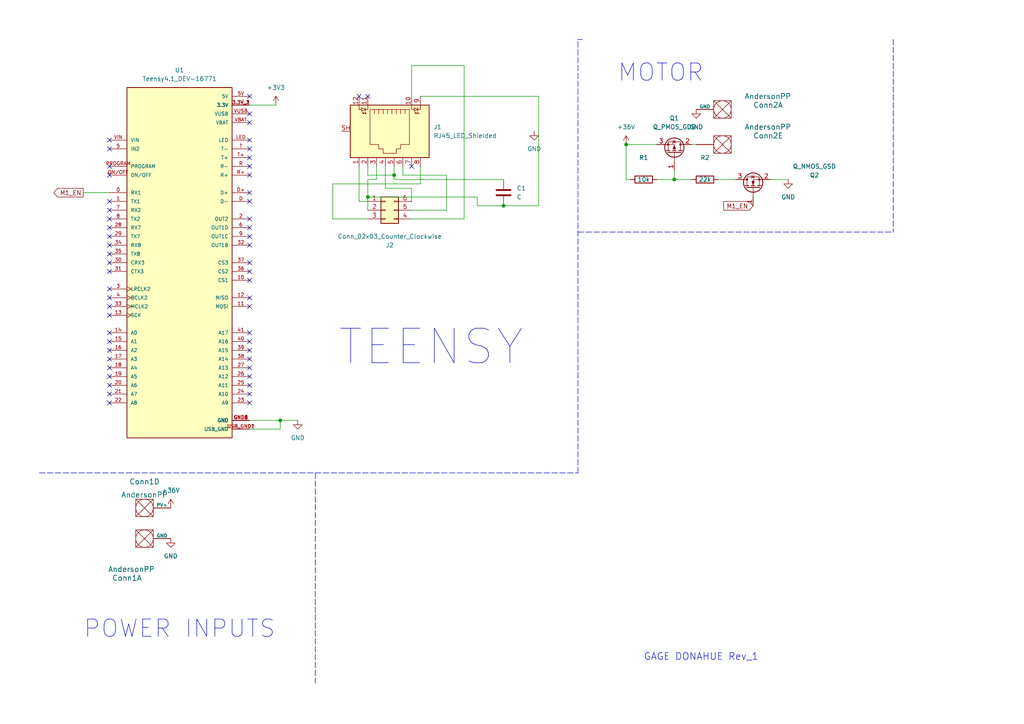
<source format=kicad_sch>
(kicad_sch (version 20211123) (generator eeschema)
  (paper "A4")
  (lib_symbols
    (symbol "Connector:RJ45_LED_Shielded" (pin_names (offset 1.016))
      (property "Reference" "J" (at -5.08 13.97 0))
      (property "Value" "RJ45_LED_Shielded" (at 1.27 13.97 0))
      (symbol "RJ45_LED_Shielded_0_1"
        (polyline (pts (xy -7.62 -7.62) (xy -6.35 -7.62)))
        (polyline (pts (xy -7.62 -5.08) (xy -6.35 -5.08)))
        (polyline (pts (xy -7.62 7.62) (xy -6.35 7.62)))
        (polyline (pts (xy -7.62 10.16) (xy -6.35 10.16)))
        (polyline (pts (xy -6.858 -5.842) (xy -5.842 -5.842)))
        (polyline (pts (xy -6.858 9.398) (xy -5.842 9.398)))
        (polyline (pts (xy -6.35 -7.62) (xy -6.35 -6.858)))
        (polyline (pts (xy -6.35 -5.08) (xy -6.35 -5.842)))
        (polyline (pts (xy -6.35 7.62) (xy -6.35 8.382)))
        (polyline (pts (xy -6.35 10.16) (xy -6.35 9.398)))
        (polyline (pts (xy -5.08 -6.223) (xy -5.207 -6.604)))
        (polyline (pts (xy -5.08 -5.588) (xy -5.207 -5.969)))
        (polyline (pts (xy -5.08 4.445) (xy -6.35 4.445)))
        (polyline (pts (xy -5.08 5.715) (xy -6.35 5.715)))
        (polyline (pts (xy -5.08 9.017) (xy -5.207 8.636)))
        (polyline (pts (xy -5.08 9.652) (xy -5.207 9.271)))
        (polyline (pts (xy -6.35 -3.175) (xy -5.08 -3.175) (xy -5.08 -3.175)))
        (polyline (pts (xy -6.35 -1.905) (xy -5.08 -1.905) (xy -5.08 -1.905)))
        (polyline (pts (xy -6.35 -0.635) (xy -5.08 -0.635) (xy -5.08 -0.635)))
        (polyline (pts (xy -6.35 0.635) (xy -5.08 0.635) (xy -5.08 0.635)))
        (polyline (pts (xy -6.35 1.905) (xy -5.08 1.905) (xy -5.08 1.905)))
        (polyline (pts (xy -5.588 -6.731) (xy -5.08 -6.223) (xy -5.461 -6.35)))
        (polyline (pts (xy -5.588 -6.096) (xy -5.08 -5.588) (xy -5.461 -5.715)))
        (polyline (pts (xy -5.588 8.509) (xy -5.08 9.017) (xy -5.461 8.89)))
        (polyline (pts (xy -5.588 9.144) (xy -5.08 9.652) (xy -5.461 9.525)))
        (polyline (pts (xy -5.08 3.175) (xy -6.35 3.175) (xy -6.35 3.175)))
        (polyline (pts (xy -6.35 -5.842) (xy -6.858 -6.858) (xy -5.842 -6.858) (xy -6.35 -5.842)))
        (polyline (pts (xy -6.35 9.398) (xy -6.858 8.382) (xy -5.842 8.382) (xy -6.35 9.398)))
        (polyline (pts (xy -6.35 -4.445) (xy -6.35 6.985) (xy 3.81 6.985) (xy 3.81 4.445) (xy 5.08 4.445) (xy 5.08 3.175) (xy 6.35 3.175) (xy 6.35 -0.635) (xy 5.08 -0.635) (xy 5.08 -1.905) (xy 3.81 -1.905) (xy 3.81 -4.445) (xy -6.35 -4.445) (xy -6.35 -4.445)))
        (rectangle (start 7.62 12.7) (end -7.62 -10.16) (stroke (width 0.254)) (fill (type background)))
      )
      (symbol "RJ45_LED_Shielded_1_1"
        (pin passive line (at 10.16 -7.62 180) (length 2.54) (name "~") (number "1"))
        (pin passive line (at -10.16 7.62 0) (length 2.54) (name "~") (number "10"))
        (pin passive line (at -10.16 -5.08 0) (length 2.54) (name "~") (number "11"))
        (pin passive line (at -10.16 -7.62 0) (length 2.54) (name "~") (number "12"))
        (pin passive line (at 10.16 -5.08 180) (length 2.54) (name "~") (number "2"))
        (pin passive line (at 10.16 -2.54 180) (length 2.54) (name "~") (number "3"))
        (pin passive line (at 10.16 0 180) (length 2.54) (name "~") (number "4"))
        (pin passive line (at 10.16 2.54 180) (length 2.54) (name "~") (number "5"))
        (pin passive line (at 10.16 5.08 180) (length 2.54) (name "~") (number "6"))
        (pin passive line (at 10.16 7.62 180) (length 2.54) (name "~") (number "7"))
        (pin passive line (at 10.16 10.16 180) (length 2.54) (name "~") (number "8"))
        (pin passive line (at -10.16 10.16 0) (length 2.54) (name "~") (number "9"))
        (pin passive line (at 0 -12.7 90) (length 2.54) (name "~") (number "SH"))
      )
    )
    (symbol "Connector_Generic:Conn_02x03_Counter_Clockwise" (pin_names (offset 1.016) hide)
      (property "Reference" "J" (at 1.27 5.08 0))
      (property "Value" "Conn_02x03_Counter_Clockwise" (at 1.27 -5.08 0))
      (symbol "Conn_02x03_Counter_Clockwise_1_1"
        (rectangle (start -1.27 -2.413) (end 0 -2.667) (stroke (width 0.1524)))
        (rectangle (start -1.27 0.127) (end 0 -0.127) (stroke (width 0.1524)))
        (rectangle (start -1.27 2.667) (end 0 2.413) (stroke (width 0.1524)))
        (rectangle (start -1.27 3.81) (end 3.81 -3.81) (stroke (width 0.254)) (fill (type background)))
        (rectangle (start 3.81 -2.413) (end 2.54 -2.667) (stroke (width 0.1524)))
        (rectangle (start 3.81 0.127) (end 2.54 -0.127) (stroke (width 0.1524)))
        (rectangle (start 3.81 2.667) (end 2.54 2.413) (stroke (width 0.1524)))
        (pin passive line (at -5.08 2.54 0) (length 3.81) (name "Pin_1") (number "1"))
        (pin passive line (at -5.08 0 0) (length 3.81) (name "Pin_2") (number "2"))
        (pin passive line (at -5.08 -2.54 0) (length 3.81) (name "Pin_3") (number "3"))
        (pin passive line (at 7.62 -2.54 180) (length 3.81) (name "Pin_4") (number "4"))
        (pin passive line (at 7.62 0 180) (length 3.81) (name "Pin_5") (number "5"))
        (pin passive line (at 7.62 2.54 180) (length 3.81) (name "Pin_6") (number "6"))
      )
    )
    (symbol "Device:C" (pin_numbers hide) (pin_names (offset 0.254))
      (property "Reference" "C" (at 0.635 2.54 0))
      (property "Value" "C" (at 0.635 -2.54 0))
      (symbol "C_0_1"
        (polyline (pts (xy -2.032 -0.762) (xy 2.032 -0.762)) (stroke (width 0.508)))
        (polyline (pts (xy -2.032 0.762) (xy 2.032 0.762)) (stroke (width 0.508)))
      )
      (symbol "C_1_1"
        (pin passive line (at 0 3.81 270) (length 2.794) (name "~") (number "1"))
        (pin passive line (at 0 -3.81 90) (length 2.794) (name "~") (number "2"))
      )
    )
    (symbol "Device:Q_NMOS_GSD" (pin_names (offset 0) hide)
      (property "Reference" "Q" (at 5.08 1.27 0))
      (property "Value" "Q_NMOS_GSD" (at 5.08 -1.27 0))
      (symbol "Q_NMOS_GSD_0_1"
        (polyline (pts (xy 0.254 0) (xy -2.54 0)))
        (polyline (pts (xy 0.254 1.905) (xy 0.254 -1.905)) (stroke (width 0.254)))
        (polyline (pts (xy 0.762 -1.27) (xy 0.762 -2.286)) (stroke (width 0.254)))
        (polyline (pts (xy 0.762 0.508) (xy 0.762 -0.508)) (stroke (width 0.254)))
        (polyline (pts (xy 0.762 2.286) (xy 0.762 1.27)) (stroke (width 0.254)))
        (polyline (pts (xy 2.54 2.54) (xy 2.54 1.778)))
        (polyline (pts (xy 2.54 -2.54) (xy 2.54 0) (xy 0.762 0)))
        (polyline (pts (xy 0.762 -1.778) (xy 3.302 -1.778) (xy 3.302 1.778) (xy 0.762 1.778)))
        (polyline (pts (xy 1.016 0) (xy 2.032 0.381) (xy 2.032 -0.381) (xy 1.016 0)) (fill (type outline)))
        (polyline (pts (xy 2.794 0.508) (xy 2.921 0.381) (xy 3.683 0.381) (xy 3.81 0.254)))
        (polyline (pts (xy 3.302 0.381) (xy 2.921 -0.254) (xy 3.683 -0.254) (xy 3.302 0.381)))
        (circle (center 1.651 0) (radius 2.794) (stroke (width 0.254)))
        (circle (center 2.54 -1.778) (radius 0.254) (fill (type outline)))
        (circle (center 2.54 1.778) (radius 0.254) (fill (type outline)))
      )
      (symbol "Q_NMOS_GSD_1_1"
        (pin input line (at -5.08 0 0) (length 2.54) (name "G") (number "1"))
        (pin passive line (at 2.54 -5.08 90) (length 2.54) (name "S") (number "2"))
        (pin passive line (at 2.54 5.08 270) (length 2.54) (name "D") (number "3"))
      )
    )
    (symbol "Device:Q_PMOS_GDS" (pin_names (offset 0) hide)
      (property "Reference" "Q" (at 5.08 1.27 0))
      (property "Value" "Q_PMOS_GDS" (at 5.08 -1.27 0))
      (symbol "Q_PMOS_GDS_0_1"
        (polyline (pts (xy 0.254 0) (xy -2.54 0)))
        (polyline (pts (xy 0.254 1.905) (xy 0.254 -1.905)) (stroke (width 0.254)))
        (polyline (pts (xy 0.762 -1.27) (xy 0.762 -2.286)) (stroke (width 0.254)))
        (polyline (pts (xy 0.762 0.508) (xy 0.762 -0.508)) (stroke (width 0.254)))
        (polyline (pts (xy 0.762 2.286) (xy 0.762 1.27)) (stroke (width 0.254)))
        (polyline (pts (xy 2.54 2.54) (xy 2.54 1.778)))
        (polyline (pts (xy 2.54 -2.54) (xy 2.54 0) (xy 0.762 0)))
        (polyline (pts (xy 0.762 1.778) (xy 3.302 1.778) (xy 3.302 -1.778) (xy 0.762 -1.778)))
        (polyline (pts (xy 2.286 0) (xy 1.27 0.381) (xy 1.27 -0.381) (xy 2.286 0)) (fill (type outline)))
        (polyline (pts (xy 2.794 -0.508) (xy 2.921 -0.381) (xy 3.683 -0.381) (xy 3.81 -0.254)))
        (polyline (pts (xy 3.302 -0.381) (xy 2.921 0.254) (xy 3.683 0.254) (xy 3.302 -0.381)))
        (circle (center 1.651 0) (radius 2.794) (stroke (width 0.254)))
        (circle (center 2.54 -1.778) (radius 0.254) (fill (type outline)))
        (circle (center 2.54 1.778) (radius 0.254) (fill (type outline)))
      )
      (symbol "Q_PMOS_GDS_1_1"
        (pin input line (at -5.08 0 0) (length 2.54) (name "G") (number "1"))
        (pin passive line (at 2.54 5.08 270) (length 2.54) (name "D") (number "2"))
        (pin passive line (at 2.54 -5.08 90) (length 2.54) (name "S") (number "3"))
      )
    )
    (symbol "Device:R" (pin_numbers hide) (pin_names (offset 0))
      (property "Reference" "R" (at 2.032 0 90))
      (property "Value" "R" (at 0 0 90))
      (symbol "R_0_1"
        (rectangle (start -1.016 -2.54) (end 1.016 2.54) (stroke (width 0.254)))
      )
      (symbol "R_1_1"
        (pin passive line (at 0 3.81 270) (length 1.27) (name "~") (number "1"))
        (pin passive line (at 0 -3.81 90) (length 1.27) (name "~") (number "2"))
      )
    )
    (symbol "MRDT_Connectors:AndersonPP" (pin_numbers hide) (pin_names (offset 0))
      (property "Reference" "Conn" (at 3.81 -1.27 0))
      (property "Value" "AndersonPP" (at 2.54 6.35 0))
      (symbol "AndersonPP_0_1"
        (polyline (pts (xy 0 5.08) (xy 5.08 0)))
        (polyline (pts (xy 5.08 5.08) (xy 0 0)))
        (rectangle (start 0 0) (end 5.08 5.08))
        (circle (center 2.54 2.54) (radius 2.54))
      )
      (symbol "AndersonPP_1_1"
        (pin input line (at 10.16 2.54 180) (length 5.08) (name "GND") (number "1"))
      )
      (symbol "AndersonPP_2_1"
        (pin input line (at 10.16 2.54 180) (length 5.08) (name "V+Log") (number "2"))
      )
      (symbol "AndersonPP_3_1"
        (pin input line (at 10.16 2.54 180) (length 5.08) (name "V+Act") (number "3"))
      )
      (symbol "AndersonPP_4_1"
        (pin input line (at 10.16 2.54 180) (length 5.08) (name "PV+") (number "4"))
      )
      (symbol "AndersonPP_5_1"
        (pin input line (at 10.16 2.54 180) (length 5.08) (name "~") (number "1"))
      )
    )
    (symbol "MRDT_Shields:Teensy4.1_DEV-16771" (pin_names (offset 1.016))
      (property "Reference" "U" (at -15.24 52.07 0))
      (property "Value" "Teensy4.1_DEV-16771" (at -15.24 -53.34 0))
      (symbol "Teensy4.1_DEV-16771_0_0"
        (rectangle (start -15.24 -50.8) (end 15.24 50.8) (stroke (width 0.254)) (fill (type background)))
        (pin bidirectional line (at -20.32 20.32 0) (length 5.08) (name "RX1") (number "0"))
        (pin bidirectional line (at -20.32 17.78 0) (length 5.08) (name "TX1") (number "1"))
        (pin bidirectional line (at 20.32 -5.08 180) (length 5.08) (name "CS1") (number "10"))
        (pin bidirectional line (at 20.32 -12.7 180) (length 5.08) (name "MOSI") (number "11"))
        (pin bidirectional line (at 20.32 -10.16 180) (length 5.08) (name "MISO") (number "12"))
        (pin bidirectional clock (at -20.32 -15.24 0) (length 5.08) (name "SCK") (number "13"))
        (pin bidirectional line (at -20.32 -20.32 0) (length 5.08) (name "A0") (number "14"))
        (pin bidirectional line (at -20.32 -22.86 0) (length 5.08) (name "A1") (number "15"))
        (pin bidirectional line (at -20.32 -25.4 0) (length 5.08) (name "A2") (number "16"))
        (pin bidirectional line (at -20.32 -27.94 0) (length 5.08) (name "A3") (number "17"))
        (pin bidirectional line (at -20.32 -30.48 0) (length 5.08) (name "A4") (number "18"))
        (pin bidirectional line (at -20.32 -33.02 0) (length 5.08) (name "A5") (number "19"))
        (pin output line (at 20.32 12.7 180) (length 5.08) (name "OUT2") (number "2"))
        (pin bidirectional line (at -20.32 -35.56 0) (length 5.08) (name "A6") (number "20"))
        (pin bidirectional line (at -20.32 -38.1 0) (length 5.08) (name "A7") (number "21"))
        (pin bidirectional line (at -20.32 -40.64 0) (length 5.08) (name "A8") (number "22"))
        (pin bidirectional line (at 20.32 -40.64 180) (length 5.08) (name "A9") (number "23"))
        (pin bidirectional line (at 20.32 -38.1 180) (length 5.08) (name "A10") (number "24"))
        (pin bidirectional line (at 20.32 -35.56 180) (length 5.08) (name "A11") (number "25"))
        (pin bidirectional line (at 20.32 -33.02 180) (length 5.08) (name "A12") (number "26"))
        (pin bidirectional line (at 20.32 -30.48 180) (length 5.08) (name "A13") (number "27"))
        (pin bidirectional line (at -20.32 10.16 0) (length 5.08) (name "RX7") (number "28"))
        (pin bidirectional line (at -20.32 7.62 0) (length 5.08) (name "TX7") (number "29"))
        (pin bidirectional clock (at -20.32 -7.62 0) (length 5.08) (name "LRCLK2") (number "3"))
        (pin power_in line (at 20.32 45.72 180) (length 5.08) (name "3.3V") (number "3.3V_1"))
        (pin power_in line (at 20.32 45.72 180) (length 5.08) (name "3.3V") (number "3.3V_2"))
        (pin power_in line (at 20.32 45.72 180) (length 5.08) (name "3.3V") (number "3.3V_3"))
        (pin bidirectional line (at -20.32 0 0) (length 5.08) (name "CRX3") (number "30"))
        (pin bidirectional line (at -20.32 -2.54 0) (length 5.08) (name "CTX3") (number "31"))
        (pin output line (at 20.32 5.08 180) (length 5.08) (name "OUT1B") (number "32"))
        (pin bidirectional clock (at -20.32 -12.7 0) (length 5.08) (name "MCLK2") (number "33"))
        (pin bidirectional line (at -20.32 5.08 0) (length 5.08) (name "RX8") (number "34"))
        (pin bidirectional line (at -20.32 2.54 0) (length 5.08) (name "TX8") (number "35"))
        (pin bidirectional line (at 20.32 -2.54 180) (length 5.08) (name "CS2") (number "36"))
        (pin bidirectional line (at 20.32 0 180) (length 5.08) (name "CS3") (number "37"))
        (pin bidirectional line (at 20.32 -27.94 180) (length 5.08) (name "A14") (number "38"))
        (pin bidirectional line (at 20.32 -25.4 180) (length 5.08) (name "A15") (number "39"))
        (pin bidirectional clock (at -20.32 -10.16 0) (length 5.08) (name "BCLK2") (number "4"))
        (pin bidirectional line (at 20.32 -22.86 180) (length 5.08) (name "A16") (number "40"))
        (pin bidirectional line (at 20.32 -20.32 180) (length 5.08) (name "A17") (number "41"))
        (pin bidirectional line (at -20.32 33.02 0) (length 5.08) (name "IN2") (number "5"))
        (pin power_in line (at 20.32 48.26 180) (length 5.08) (name "5V") (number "5V"))
        (pin output line (at 20.32 10.16 180) (length 5.08) (name "OUT1D") (number "6"))
        (pin bidirectional line (at -20.32 15.24 0) (length 5.08) (name "RX2") (number "7"))
        (pin bidirectional line (at -20.32 12.7 0) (length 5.08) (name "TX2") (number "8"))
        (pin output line (at 20.32 7.62 180) (length 5.08) (name "OUT1C") (number "9"))
        (pin bidirectional line (at 20.32 17.78 180) (length 5.08) (name "D-") (number "D"))
        (pin bidirectional line (at 20.32 20.32 180) (length 5.08) (name "D+") (number "D+"))
        (pin power_in line (at 20.32 -45.72 180) (length 5.08) (name "GND") (number "GND1"))
        (pin power_in line (at 20.32 -45.72 180) (length 5.08) (name "GND") (number "GND2"))
        (pin power_in line (at 20.32 -45.72 180) (length 5.08) (name "GND") (number "GND3"))
        (pin power_in line (at 20.32 -45.72 180) (length 5.08) (name "GND") (number "GND4"))
        (pin power_in line (at 20.32 -45.72 180) (length 5.08) (name "GND") (number "GND5"))
        (pin bidirectional line (at 20.32 35.56 180) (length 5.08) (name "LED") (number "LED"))
        (pin bidirectional line (at -20.32 25.4 0) (length 5.08) (name "ON/OFF") (number "ON/OFF"))
        (pin bidirectional line (at -20.32 27.94 0) (length 5.08) (name "PROGRAM") (number "PROGRAM"))
        (pin bidirectional line (at 20.32 27.94 180) (length 5.08) (name "R-") (number "R"))
        (pin bidirectional line (at 20.32 25.4 180) (length 5.08) (name "R+") (number "R+"))
        (pin bidirectional line (at 20.32 33.02 180) (length 5.08) (name "T-") (number "T"))
        (pin bidirectional line (at 20.32 30.48 180) (length 5.08) (name "T+") (number "T+"))
        (pin power_in line (at 20.32 -48.26 180) (length 5.08) (name "USB_GND") (number "USB_GND1"))
        (pin power_in line (at 20.32 -48.26 180) (length 5.08) (name "USB_GND") (number "USB_GND2"))
        (pin passive line (at 20.32 40.64 180) (length 5.08) (name "VBAT") (number "VBAT"))
        (pin input line (at -20.32 35.56 0) (length 5.08) (name "VIN") (number "VIN"))
        (pin passive line (at 20.32 43.18 180) (length 5.08) (name "VUSB") (number "VUSB"))
      )
    )
    (symbol "power:+36V" (power) (pin_names (offset 0))
      (property "Value" "+36V" (at 0 3.556 0))
      (symbol "+36V_0_1"
        (polyline (pts (xy -0.762 1.27) (xy 0 2.54)))
        (polyline (pts (xy 0 0) (xy 0 2.54)))
        (polyline (pts (xy 0 2.54) (xy 0.762 1.27)))
      )
      (symbol "+36V_1_1"
        (pin power_in line (at 0 0 90) (length 0) hide (name "+36V") (number "1"))
      )
    )
    (symbol "power:+3V3" (power) (pin_names (offset 0))
      (property "Value" "+3V3" (at 0 3.556 0))
      (symbol "+3V3_0_1"
        (polyline (pts (xy -0.762 1.27) (xy 0 2.54)))
        (polyline (pts (xy 0 0) (xy 0 2.54)))
        (polyline (pts (xy 0 2.54) (xy 0.762 1.27)))
      )
      (symbol "+3V3_1_1"
        (pin power_in line (at 0 0 90) (length 0) hide (name "+3V3") (number "1"))
      )
    )
    (symbol "power:GND" (power) (pin_names (offset 0))
      (property "Value" "GND" (at 0 -3.81 0))
      (symbol "GND_0_1"
        (polyline (pts (xy 0 0) (xy 0 -1.27) (xy 1.27 -1.27) (xy 0 -2.54) (xy -1.27 -1.27) (xy 0 -1.27)))
      )
      (symbol "GND_1_1"
        (pin power_in line (at 0 0 270) (length 0) hide (name "GND") (number "1"))
      )
    )
  )
  (junction (at 114.3 50.8))
  (junction (at 106.68 57.15))
  (junction (at 146.05 59.69))
  (junction (at 81.28 121.92))
  (junction (at 195.58 52.07))
  (junction (at 181.61 41.91))
  (no_connect (at 31.75 50.8))
  (no_connect (at 31.75 48.26))
  (no_connect (at 31.75 43.18))
  (no_connect (at 31.75 40.64))
  (no_connect (at 31.75 58.42))
  (no_connect (at 31.75 60.96))
  (no_connect (at 31.75 63.5))
  (no_connect (at 31.75 66.04))
  (no_connect (at 31.75 116.84))
  (no_connect (at 31.75 114.3))
  (no_connect (at 31.75 111.76))
  (no_connect (at 31.75 109.22))
  (no_connect (at 31.75 106.68))
  (no_connect (at 31.75 104.14))
  (no_connect (at 31.75 101.6))
  (no_connect (at 31.75 99.06))
  (no_connect (at 31.75 96.52))
  (no_connect (at 31.75 91.44))
  (no_connect (at 31.75 88.9))
  (no_connect (at 31.75 86.36))
  (no_connect (at 31.75 83.82))
  (no_connect (at 31.75 78.74))
  (no_connect (at 31.75 76.2))
  (no_connect (at 31.75 73.66))
  (no_connect (at 31.75 71.12))
  (no_connect (at 31.75 68.58))
  (no_connect (at 72.39 63.5))
  (no_connect (at 72.39 109.22))
  (no_connect (at 72.39 106.68))
  (no_connect (at 72.39 104.14))
  (no_connect (at 72.39 101.6))
  (no_connect (at 72.39 99.06))
  (no_connect (at 72.39 96.52))
  (no_connect (at 72.39 88.9))
  (no_connect (at 72.39 86.36))
  (no_connect (at 72.39 81.28))
  (no_connect (at 72.39 78.74))
  (no_connect (at 72.39 76.2))
  (no_connect (at 72.39 71.12))
  (no_connect (at 72.39 68.58))
  (no_connect (at 72.39 66.04))
  (no_connect (at 72.39 114.3))
  (no_connect (at 72.39 111.76))
  (no_connect (at 72.39 116.84))
  (no_connect (at 119.38 48.26))
  (no_connect (at 106.68 27.94))
  (no_connect (at 104.14 27.94))
  (no_connect (at 72.39 58.42))
  (no_connect (at 72.39 55.88))
  (no_connect (at 72.39 50.8))
  (no_connect (at 72.39 48.26))
  (no_connect (at 72.39 45.72))
  (no_connect (at 72.39 43.18))
  (no_connect (at 72.39 40.64))
  (no_connect (at 72.39 35.56))
  (no_connect (at 72.39 33.02))
  (no_connect (at 72.39 27.94))
  (wire (pts (xy 119.38 54.61) (xy 111.76 54.61)))
  (wire (pts (xy 190.5 52.07) (xy 195.58 52.07)))
  (wire (pts (xy 119.38 58.42) (xy 119.38 54.61)))
  (wire (pts (xy 181.61 41.91) (xy 190.5 41.91)))
  (wire (pts (xy 72.39 30.48) (xy 80.01 30.48)))
  (wire (pts (xy 116.84 48.26) (xy 116.84 50.8)))
  (wire (pts (xy 72.39 121.92) (xy 81.28 121.92)))
  (wire (pts (xy 138.43 57.15) (xy 106.68 57.15)))
  (polyline (pts (xy 91.44 137.16) (xy 91.44 198.12)))
  (wire (pts (xy 81.28 124.46) (xy 81.28 121.92)))
  (wire (pts (xy 119.38 63.5) (xy 134.62 63.5)))
  (wire (pts (xy 146.05 52.07) (xy 114.3 52.07)))
  (wire (pts (xy 72.39 124.46) (xy 81.28 124.46)))
  (wire (pts (xy 156.21 59.69) (xy 146.05 59.69)))
  (wire (pts (xy 121.92 27.94) (xy 156.21 27.94)))
  (wire (pts (xy 106.68 48.26) (xy 106.68 50.8)))
  (wire (pts (xy 106.68 50.8) (xy 114.3 50.8)))
  (wire (pts (xy 81.28 121.92) (xy 86.36 121.92)))
  (polyline (pts (xy 11.43 137.16) (xy 91.44 137.16)))
  (polyline (pts (xy 167.64 11.43) (xy 168.91 11.43)))
  (wire (pts (xy 109.22 48.26) (xy 109.22 52.07)))
  (wire (pts (xy 106.68 57.15) (xy 106.68 60.96)))
  (wire (pts (xy 111.76 54.61) (xy 111.76 48.26)))
  (wire (pts (xy 134.62 19.05) (xy 119.38 19.05)))
  (wire (pts (xy 138.43 59.69) (xy 138.43 57.15)))
  (wire (pts (xy 181.61 52.07) (xy 182.88 52.07)))
  (wire (pts (xy 223.52 52.07) (xy 228.6 52.07)))
  (wire (pts (xy 134.62 63.5) (xy 134.62 19.05)))
  (wire (pts (xy 106.68 58.42) (xy 104.14 58.42)))
  (wire (pts (xy 201.93 41.91) (xy 200.66 41.91)))
  (wire (pts (xy 106.68 52.07) (xy 109.22 52.07)))
  (wire (pts (xy 129.54 50.8) (xy 116.84 50.8)))
  (polyline (pts (xy 259.08 11.43) (xy 259.08 67.31)))
  (wire (pts (xy 96.52 53.34) (xy 121.92 53.34)))
  (wire (pts (xy 121.92 53.34) (xy 121.92 48.26)))
  (wire (pts (xy 208.28 52.07) (xy 213.36 52.07)))
  (wire (pts (xy 119.38 60.96) (xy 129.54 60.96)))
  (polyline (pts (xy 91.44 137.16) (xy 167.64 137.16)))
  (wire (pts (xy 106.68 52.07) (xy 106.68 57.15)))
  (wire (pts (xy 119.38 19.05) (xy 119.38 27.94)))
  (wire (pts (xy 114.3 50.8) (xy 114.3 48.26)))
  (wire (pts (xy 156.21 27.94) (xy 156.21 59.69)))
  (polyline (pts (xy 167.64 137.16) (xy 167.64 11.43)))
  (wire (pts (xy 114.3 52.07) (xy 114.3 50.8)))
  (wire (pts (xy 106.68 63.5) (xy 96.52 63.5)))
  (wire (pts (xy 96.52 63.5) (xy 96.52 53.34)))
  (wire (pts (xy 195.58 49.53) (xy 195.58 52.07)))
  (polyline (pts (xy 167.64 67.31) (xy 259.08 67.31)))
  (wire (pts (xy 24.13 55.88) (xy 31.75 55.88)))
  (wire (pts (xy 146.05 59.69) (xy 138.43 59.69)))
  (wire (pts (xy 129.54 50.8) (xy 129.54 60.96)))
  (wire (pts (xy 181.61 41.91) (xy 181.61 52.07)))
  (wire (pts (xy 195.58 52.07) (xy 200.66 52.07)))
  (wire (pts (xy 104.14 58.42) (xy 104.14 48.26)))
  (text "MOTOR" (at 179.07 24.13 0) (effects (font (size 5 5)) (justify left bottom)))
  (text "TEENSY\n" (at 97.79 106.68 0) (effects (font (size 10 10)) (justify left bottom)))
  (text "GAGE DONAHUE Rev_1" (at 186.69 191.77 0) (effects (font (size 2 2)) (justify left bottom)))
  (text "POWER INPUTS" (at 24.13 185.42 0) (effects (font (size 5 5)) (justify left bottom)))
  (global_label "M1_EN" (shape output) (at 24.13 55.88 180) (property "Intersheet References" "${INTERSHEET_REFS}" (effects hide)))
  (global_label "M1_EN" (shape input) (at 218.44 59.69 180) (property "Intersheet References" "${INTERSHEET_REFS}" (effects hide)))
  (symbol (lib_id "MRDT_Connectors:AndersonPP") (at 212.09 39.37 180) (unit 5)
    (property "Reference" "Conn2" (at 218.44 39.37 0) (effects (font (size 1.524 1.524)) (justify right)))
    (property "Value" "AndersonPP" (at 215.9 36.83 0) (effects (font (size 1.524 1.524)) (justify right)))
  )
  (symbol (lib_id "Device:C") (at 146.05 55.88 0) (unit 1)
    (property "Reference" "C1" (at 149.86 54.6099 0) (effects (justify left)))
    (property "Value" "C" (at 149.86 57.1499 0) (effects (justify left)))
  )
  (symbol (lib_id "MRDT_Connectors:AndersonPP") (at 39.37 158.75 0) (unit 1)
    (property "Reference" "Conn1" (at 36.83 167.64 0) (effects (font (size 1.524 1.524))))
    (property "Value" "AndersonPP" (at 38.1 165.1 0) (effects (font (size 1.524 1.524))))
  )
  (symbol (lib_id "Device:R") (at 204.47 52.07 90) (unit 1)
    (property "Reference" "R2" (at 204.47 45.72 90))
    (property "Value" "22k" (at 204.47 52.07 90))
  )
  (symbol (lib_id "MRDT_Connectors:AndersonPP") (at 212.09 29.21 180) (unit 1)
    (property "Reference" "Conn2" (at 218.44 30.48 0) (effects (font (size 1.524 1.524)) (justify right)))
    (property "Value" "AndersonPP" (at 215.9 27.94 0) (effects (font (size 1.524 1.524)) (justify right)))
  )
  (symbol (lib_id "power:GND") (at 154.94 38.1 0) (unit 1)
    (property "Reference" "#PWR05" (effects hide))
    (property "Value" "GND" (at 154.94 43.18 0))
  )
  (symbol (lib_id "MRDT_Shields:Teensy4.1_DEV-16771") (at 52.07 76.2 0) (unit 1)
    (property "Reference" "U1" (at 52.07 20.32 0))
    (property "Value" "Teensy4.1_DEV-16771" (at 52.07 22.86 0))
    (property "Footprint" "MODULE_DEV-16771" (effects hide))
    (property "STANDARD" "Manufacturer recommendations" (effects hide))
    (property "MAXIMUM_PACKAGE_HEIGHT" "4.07mm" (effects hide))
    (property "MANUFACTURER" "SparkFun Electronics" (effects hide))
    (property "PARTREV" "4.1" (effects hide))
  )
  (symbol (lib_id "power:+36V") (at 181.61 41.91 0) (unit 1)
    (property "Reference" "#PWR06" (effects hide))
    (property "Value" "+36V" (at 181.61 36.83 0))
  )
  (symbol (lib_id "power:GND") (at 49.53 156.21 0) (unit 1)
    (property "Reference" "#PWR02" (effects hide))
    (property "Value" "GND" (at 49.53 161.29 0))
  )
  (symbol (lib_id "Device:R") (at 186.69 52.07 90) (unit 1)
    (property "Reference" "R1" (at 186.69 45.72 90))
    (property "Value" "10k" (at 186.69 52.07 90))
  )
  (symbol (lib_id "power:+3V3") (at 80.01 30.48 0) (unit 1)
    (property "Reference" "#PWR03" (effects hide))
    (property "Value" "+3V3" (at 80.01 25.4 0))
  )
  (symbol (lib_id "power:GND") (at 228.6 52.07 0) (unit 1)
    (property "Reference" "#PWR08" (effects hide))
    (property "Value" "GND" (at 228.6 57.15 0))
  )
  (symbol (lib_id "Connector:RJ45_LED_Shielded") (at 111.76 38.1 270) (unit 1)
    (property "Reference" "J1" (at 125.73 36.8299 90) (effects (justify left)))
    (property "Value" "RJ45_LED_Shielded" (at 125.73 39.3699 90) (effects (justify left)))
  )
  (symbol (lib_id "power:GND") (at 201.93 31.75 0) (unit 1)
    (property "Reference" "#PWR07" (effects hide))
    (property "Value" "GND" (at 201.93 36.83 0))
  )
  (symbol (lib_id "MRDT_Connectors:AndersonPP") (at 39.37 149.86 0) (unit 4)
    (property "Reference" "Conn1" (at 41.91 139.7 0) (effects (font (size 1.524 1.524))))
    (property "Value" "AndersonPP" (at 41.91 143.51 0) (effects (font (size 1.524 1.524))))
  )
  (symbol (lib_id "power:+36V") (at 49.53 147.32 0) (unit 1)
    (property "Reference" "#PWR01" (effects hide))
    (property "Value" "+36V" (at 49.53 142.24 0))
  )
  (symbol (lib_id "Device:Q_NMOS_GSD") (at 218.44 54.61 90) (unit 1)
    (property "Reference" "Q2" (at 236.22 50.8 90))
    (property "Value" "Q_NMOS_GSD" (at 236.22 48.26 90))
  )
  (symbol (lib_id "Connector_Generic:Conn_02x03_Counter_Clockwise") (at 111.76 60.96 0) (unit 1)
    (property "Reference" "J2" (at 113.03 71.12 0))
    (property "Value" "Conn_02x03_Counter_Clockwise" (at 113.03 68.58 0))
  )
  (symbol (lib_id "Device:Q_PMOS_GDS") (at 195.58 44.45 270) (mirror x) (unit 1)
    (property "Reference" "Q1" (at 195.58 34.29 90))
    (property "Value" "Q_PMOS_GDS" (at 195.58 36.83 90))
  )
  (symbol (lib_id "power:GND") (at 86.36 121.92 0) (unit 1)
    (property "Reference" "#PWR04" (effects hide))
    (property "Value" "GND" (at 86.36 127 0))
  )
)
</source>
